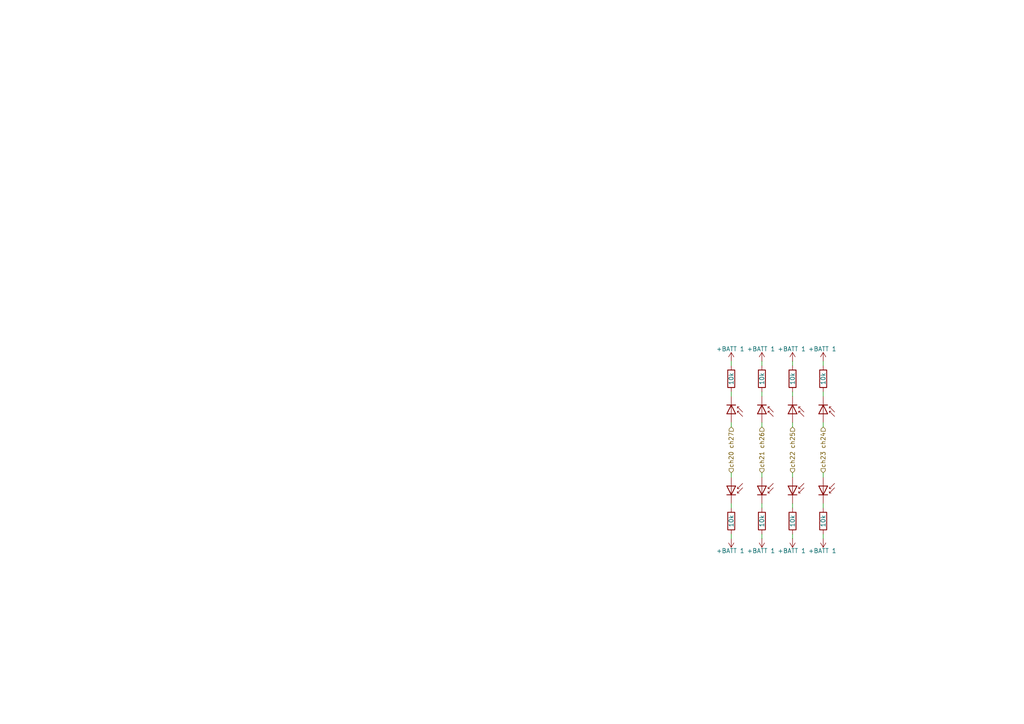
<source format=kicad_sch>
(kicad_sch (version 20231120) (generator "eeschema") (generator_version "8.0")
  (paper "A4")
  (lib_symbols
    (symbol "Device:D_SiPM" (pin_numbers hide) (pin_names hide)
      (property "Reference" "D" (at 1.778 1.778 0))
      (property "Value" "D_SiPM" (at 0.254 -2.794 0))
      (symbol "D_SiPM_0_1"
        (polyline (pts (xy -1.27 0) (xy 1.27 0)))
        (polyline (pts (xy -1.27 1.27) (xy -1.27 -1.27)) (stroke (width 0.254)))
        (polyline (pts (xy -0.762 1.778) (xy -0.254 1.778)))
        (polyline (pts (xy 1.27 1.27) (xy 1.27 -1.27)) (stroke (width 0.254)))
        (polyline (pts (xy 0.762 3.302) (xy -0.762 1.778) (xy -0.762 2.286)))
        (polyline (pts (xy 1.27 1.27) (xy -1.27 0) (xy 1.27 -1.27)) (stroke (width 0.254)))
        (polyline (pts (xy 2.032 3.302) (xy 0.508 1.778) (xy 0.508 2.286) (xy 0.508 1.778) (xy 1.016 1.778)))
      )
      (symbol "D_SiPM_1_1"
        (pin passive line (at -3.81 0 0) (length 2.54) (name "K") (number "1"))
        (pin passive line (at 3.81 0 180) (length 2.54) (name "A") (number "2"))
      )
    )
    (symbol "Device:R" (pin_numbers hide) (pin_names (offset 0))
      (property "Reference" "R" (at 2.032 0 90))
      (property "Value" "R" (at 0 0 90))
      (symbol "R_0_1"
        (rectangle (start -1.016 -2.54) (end 1.016 2.54) (stroke (width 0.254)))
      )
      (symbol "R_1_1"
        (pin passive line (at 0 3.81 270) (length 1.27) (name "~") (number "1"))
        (pin passive line (at 0 -3.81 90) (length 1.27) (name "~") (number "2"))
      )
    )
    (symbol "power:+BATT" (power) (pin_numbers hide) (pin_names (offset 0) hide)
      (property "Value" "+BATT" (at 0 3.556 0))
      (symbol "+BATT_0_1"
        (polyline (pts (xy -0.762 1.27) (xy 0 2.54)))
        (polyline (pts (xy 0 0) (xy 0 2.54)))
        (polyline (pts (xy 0 2.54) (xy 0.762 1.27)))
      )
      (symbol "+BATT_1_1"
        (pin power_in line (at 0 0 90) (length 0) (name "~") (number "1"))
      )
    )
  )
  (wire (pts (xy 238.76 146.05) (xy 238.76 147.32)))
  (wire (pts (xy 220.98 154.94) (xy 220.98 156.21)))
  (wire (pts (xy 238.76 137.16) (xy 238.76 138.43)))
  (wire (pts (xy 212.09 146.05) (xy 212.09 147.32)))
  (wire (pts (xy 229.87 137.16) (xy 229.87 138.43)))
  (wire (pts (xy 229.87 123.825) (xy 229.87 122.555)))
  (wire (pts (xy 220.98 114.935) (xy 220.98 113.665)))
  (wire (pts (xy 229.87 154.94) (xy 229.87 156.21)))
  (wire (pts (xy 220.98 123.825) (xy 220.98 122.555)))
  (wire (pts (xy 212.09 154.94) (xy 212.09 156.21)))
  (wire (pts (xy 212.09 123.825) (xy 212.09 122.555)))
  (wire (pts (xy 238.76 123.825) (xy 238.76 122.555)))
  (wire (pts (xy 238.76 114.935) (xy 238.76 113.665)))
  (wire (pts (xy 238.76 154.94) (xy 238.76 156.21)))
  (wire (pts (xy 212.09 106.045) (xy 212.09 104.775)))
  (wire (pts (xy 238.76 106.045) (xy 238.76 104.775)))
  (wire (pts (xy 229.87 114.935) (xy 229.87 113.665)))
  (wire (pts (xy 220.98 106.045) (xy 220.98 104.775)))
  (wire (pts (xy 220.98 146.05) (xy 220.98 147.32)))
  (wire (pts (xy 212.09 137.16) (xy 212.09 138.43)))
  (wire (pts (xy 220.98 137.16) (xy 220.98 138.43)))
  (wire (pts (xy 229.87 146.05) (xy 229.87 147.32)))
  (wire (pts (xy 212.09 114.935) (xy 212.09 113.665)))
  (wire (pts (xy 229.87 106.045) (xy 229.87 104.775)))
  (hierarchical_label "ch26" (shape input) (at 220.98 123.825 270))
  (hierarchical_label "ch24" (shape input) (at 238.76 123.825 270))
  (hierarchical_label "ch20" (shape input) (at 212.09 137.16 90))
  (hierarchical_label "ch21" (shape input) (at 220.98 137.16 90))
  (hierarchical_label "ch27" (shape input) (at 212.09 123.825 270))
  (hierarchical_label "ch25" (shape input) (at 229.87 123.825 270))
  (hierarchical_label "ch23" (shape input) (at 238.76 137.16 90))
  (hierarchical_label "ch22" (shape input) (at 229.87 137.16 90))
  (symbol (lib_id "Device:R") (at 229.87 109.855 0) (unit 1)
    (property "Reference" "R29" (effects (hide yes)))
    (property "Value" "10k" (at 229.87 109.855 90))
    (property "Footprint" "kicad-mza:0603" (effects (hide yes)))
    (property "Description" "Resistor" (effects (hide yes)))
  )
  (symbol (lib_id "Device:R") (at 238.76 151.13 0) (mirror x) (unit 1)
    (property "Reference" "R32" (effects (hide yes)))
    (property "Value" "10k" (at 238.76 151.13 90))
    (property "Footprint" "kicad-mza:0603" (effects (hide yes)))
    (property "Description" "Resistor" (effects (hide yes)))
  )
  (symbol (lib_id "power:+BATT") (at 229.87 156.21 0) (mirror x) (unit 1)
    (property "Reference" "#PWR030" (effects (hide yes)))
    (property "Value" "+BATT 1" (at 229.616 159.766 0))
    (property "Description" "Power symbol creates a global label with name \"+BATT\"" (effects (hide yes)))
  )
  (symbol (lib_id "Device:D_SiPM") (at 238.76 142.24 270) (mirror x) (unit 1)
    (property "Reference" "D32" (effects (hide yes)))
    (property "Value" "D_SiPM" (effects (hide yes)))
    (property "Footprint" "kicad-mza:Hamamatsu_S10362-11-100P-plus" (effects (hide yes)))
    (property "Description" "Silicon photomultiplier" (effects (hide yes)))
  )
  (symbol (lib_id "power:+BATT") (at 220.98 156.21 0) (mirror x) (unit 1)
    (property "Reference" "#PWR028" (effects (hide yes)))
    (property "Value" "+BATT 1" (at 220.726 159.766 0))
    (property "Description" "Power symbol creates a global label with name \"+BATT\"" (effects (hide yes)))
  )
  (symbol (lib_id "power:+BATT") (at 212.09 156.21 0) (mirror x) (unit 1)
    (property "Reference" "#PWR026" (effects (hide yes)))
    (property "Value" "+BATT 1" (at 211.836 159.766 0))
    (property "Description" "Power symbol creates a global label with name \"+BATT\"" (effects (hide yes)))
  )
  (symbol (lib_id "power:+BATT") (at 212.09 104.775 0) (unit 1)
    (property "Reference" "#PWR025" (effects (hide yes)))
    (property "Value" "+BATT 1" (at 211.836 101.219 0))
    (property "Description" "Power symbol creates a global label with name \"+BATT\"" (effects (hide yes)))
  )
  (symbol (lib_id "power:+BATT") (at 238.76 156.21 0) (mirror x) (unit 1)
    (property "Reference" "#PWR032" (effects (hide yes)))
    (property "Value" "+BATT 1" (at 238.506 159.766 0))
    (property "Description" "Power symbol creates a global label with name \"+BATT\"" (effects (hide yes)))
  )
  (symbol (lib_id "Device:D_SiPM") (at 238.76 118.745 270) (unit 1)
    (property "Reference" "D31" (effects (hide yes)))
    (property "Value" "D_SiPM" (effects (hide yes)))
    (property "Footprint" "kicad-mza:Hamamatsu_S10362-11-100P-plus" (effects (hide yes)))
    (property "Description" "Silicon photomultiplier" (effects (hide yes)))
  )
  (symbol (lib_id "Device:D_SiPM") (at 212.09 142.24 270) (mirror x) (unit 1)
    (property "Reference" "D26" (effects (hide yes)))
    (property "Value" "D_SiPM" (effects (hide yes)))
    (property "Footprint" "kicad-mza:Hamamatsu_S10362-11-100P-plus" (effects (hide yes)))
    (property "Description" "Silicon photomultiplier" (effects (hide yes)))
  )
  (symbol (lib_id "power:+BATT") (at 238.76 104.775 0) (unit 1)
    (property "Reference" "#PWR031" (effects (hide yes)))
    (property "Value" "+BATT 1" (at 238.506 101.219 0))
    (property "Description" "Power symbol creates a global label with name \"+BATT\"" (effects (hide yes)))
  )
  (symbol (lib_id "power:+BATT") (at 220.98 104.775 0) (unit 1)
    (property "Reference" "#PWR027" (effects (hide yes)))
    (property "Value" "+BATT 1" (at 220.726 101.219 0))
    (property "Description" "Power symbol creates a global label with name \"+BATT\"" (effects (hide yes)))
  )
  (symbol (lib_id "Device:D_SiPM") (at 212.09 118.745 270) (unit 1)
    (property "Reference" "D25" (effects (hide yes)))
    (property "Value" "D_SiPM" (effects (hide yes)))
    (property "Footprint" "kicad-mza:Hamamatsu_S10362-11-100P-plus" (effects (hide yes)))
    (property "Description" "Silicon photomultiplier" (effects (hide yes)))
  )
  (symbol (lib_id "Device:R") (at 212.09 109.855 0) (unit 1)
    (property "Reference" "R25" (effects (hide yes)))
    (property "Value" "10k" (at 212.09 109.855 90))
    (property "Footprint" "kicad-mza:0603" (effects (hide yes)))
    (property "Description" "Resistor" (effects (hide yes)))
  )
  (symbol (lib_id "Device:R") (at 229.87 151.13 0) (mirror x) (unit 1)
    (property "Reference" "R30" (effects (hide yes)))
    (property "Value" "10k" (at 229.87 151.13 90))
    (property "Footprint" "kicad-mza:0603" (effects (hide yes)))
    (property "Description" "Resistor" (effects (hide yes)))
  )
  (symbol (lib_id "Device:D_SiPM") (at 220.98 142.24 270) (mirror x) (unit 1)
    (property "Reference" "D28" (effects (hide yes)))
    (property "Value" "D_SiPM" (effects (hide yes)))
    (property "Footprint" "kicad-mza:Hamamatsu_S10362-11-100P-plus" (effects (hide yes)))
    (property "Description" "Silicon photomultiplier" (effects (hide yes)))
  )
  (symbol (lib_id "power:+BATT") (at 229.87 104.775 0) (unit 1)
    (property "Reference" "#PWR029" (effects (hide yes)))
    (property "Value" "+BATT 1" (at 229.616 101.219 0))
    (property "Description" "Power symbol creates a global label with name \"+BATT\"" (effects (hide yes)))
  )
  (symbol (lib_id "Device:R") (at 238.76 109.855 0) (unit 1)
    (property "Reference" "R31" (effects (hide yes)))
    (property "Value" "10k" (at 238.76 109.855 90))
    (property "Footprint" "kicad-mza:0603" (effects (hide yes)))
    (property "Description" "Resistor" (effects (hide yes)))
  )
  (symbol (lib_id "Device:D_SiPM") (at 220.98 118.745 270) (unit 1)
    (property "Reference" "D27" (effects (hide yes)))
    (property "Value" "D_SiPM" (effects (hide yes)))
    (property "Footprint" "kicad-mza:Hamamatsu_S10362-11-100P-plus" (effects (hide yes)))
    (property "Description" "Silicon photomultiplier" (effects (hide yes)))
  )
  (symbol (lib_id "Device:D_SiPM") (at 229.87 142.24 270) (mirror x) (unit 1)
    (property "Reference" "D30" (effects (hide yes)))
    (property "Value" "D_SiPM" (effects (hide yes)))
    (property "Footprint" "kicad-mza:Hamamatsu_S10362-11-100P-plus" (effects (hide yes)))
    (property "Description" "Silicon photomultiplier" (effects (hide yes)))
  )
  (symbol (lib_id "Device:R") (at 220.98 109.855 0) (unit 1)
    (property "Reference" "R27" (effects (hide yes)))
    (property "Value" "10k" (at 220.98 109.855 90))
    (property "Footprint" "kicad-mza:0603" (effects (hide yes)))
    (property "Description" "Resistor" (effects (hide yes)))
  )
  (symbol (lib_id "Device:R") (at 212.09 151.13 0) (mirror x) (unit 1)
    (property "Reference" "R26" (effects (hide yes)))
    (property "Value" "10k" (at 212.09 151.13 90))
    (property "Footprint" "kicad-mza:0603" (effects (hide yes)))
    (property "Description" "Resistor" (effects (hide yes)))
  )
  (symbol (lib_id "Device:D_SiPM") (at 229.87 118.745 270) (unit 1)
    (property "Reference" "D29" (effects (hide yes)))
    (property "Value" "D_SiPM" (effects (hide yes)))
    (property "Footprint" "kicad-mza:Hamamatsu_S10362-11-100P-plus" (effects (hide yes)))
    (property "Description" "Silicon photomultiplier" (effects (hide yes)))
  )
  (symbol (lib_id "Device:R") (at 220.98 151.13 0) (mirror x) (unit 1)
    (property "Reference" "R28" (effects (hide yes)))
    (property "Value" "10k" (at 220.98 151.13 90))
    (property "Footprint" "kicad-mza:0603" (effects (hide yes)))
    (property "Description" "Resistor" (effects (hide yes)))
  )
)
</source>
